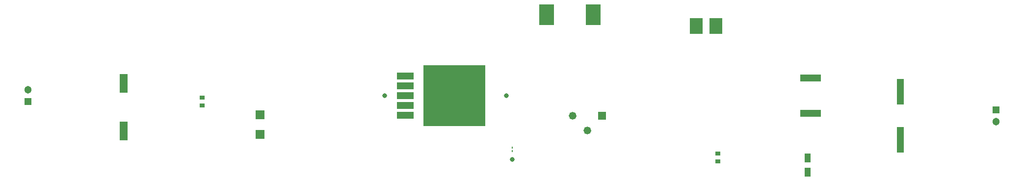
<source format=gts>
G04*
G04 #@! TF.GenerationSoftware,Altium Limited,Altium Designer,20.2.7 (254)*
G04*
G04 Layer_Color=8388736*
%FSLAX25Y25*%
%MOIN*%
G70*
G04*
G04 #@! TF.SameCoordinates,ADF9761A-B84E-492D-9E7F-6483C6A28603*
G04*
G04*
G04 #@! TF.FilePolarity,Negative*
G04*
G01*
G75*
%ADD16R,0.01100X0.01200*%
%ADD17R,0.05500X0.13000*%
%ADD18R,0.03500X0.02800*%
%ADD19R,0.06200X0.06200*%
%ADD22R,0.03900X0.05900*%
%ADD23R,0.08500X0.10800*%
%ADD24R,0.05100X0.17300*%
%ADD25R,0.10433X0.14173*%
%ADD27R,0.42000X0.41800*%
%ADD28R,0.11400X0.04800*%
%ADD29R,0.14068X0.05013*%
%ADD30C,0.05200*%
%ADD31R,0.05200X0.05200*%
%ADD32R,0.05128X0.05128*%
%ADD33C,0.05128*%
%ADD34C,0.03162*%
D16*
X352362Y49081D02*
D03*
Y51181D02*
D03*
D17*
X88583Y94890D02*
D03*
Y62590D02*
D03*
D18*
X141732Y85327D02*
D03*
Y80027D02*
D03*
X492126Y47244D02*
D03*
Y41944D02*
D03*
D19*
X181102Y73479D02*
D03*
Y60379D02*
D03*
D22*
X553150Y44270D02*
D03*
Y34470D02*
D03*
D23*
X490852Y133858D02*
D03*
X477652D02*
D03*
D24*
X616142Y56485D02*
D03*
Y89185D02*
D03*
D25*
X407579Y141732D02*
D03*
X375886D02*
D03*
D27*
X312992Y86614D02*
D03*
D28*
X279792Y73214D02*
D03*
Y79914D02*
D03*
Y86614D02*
D03*
Y93314D02*
D03*
Y100014D02*
D03*
D29*
X555118Y98642D02*
D03*
Y74587D02*
D03*
D30*
X393386Y72835D02*
D03*
X403386Y62835D02*
D03*
D31*
X413386Y72835D02*
D03*
D32*
X23622Y82677D02*
D03*
X681102Y76772D02*
D03*
D33*
X23622Y90551D02*
D03*
X681102Y68898D02*
D03*
D34*
X352362Y43307D02*
D03*
X265748Y86614D02*
D03*
X348425Y86614D02*
D03*
M02*

</source>
